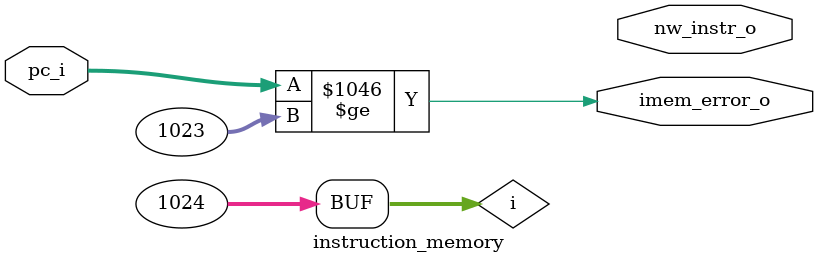
<source format=v>
module instruction_memory(input wire [63:0] pc_i,
	output wire [79:0] nw_instr_o,
	output wire imem_error_o);
	reg [7:0] ins_mem [1023:0];
	// initaial instruction memory
	integer i;
	initial begin
		//irmovq $0x8 %r8
		ins_mem[0] = 8'h30; ins_mem[1] = 8'hf8; ins_mem[2] = 8'h08;
		ins_mem[3] = 8'h00; ins_mem[4] = 8'h00; ins_mem[5] = 8'h00;
		ins_mem[6] = 8'h00; ins_mem[7] = 8'h00; ins_mem[8] = 8'h00;
		ins_mem[9] = 8'h00;
		//irmovq $0x21 %rbx
		ins_mem[10] = 8'h30; ins_mem[11] = 8'hf3; ins_mem[12] = 8'h15;
		ins_mem[13] = 8'h00; ins_mem[14] = 8'h00; ins_mem[15] = 8'h00;
		ins_mem[16] = 8'h00; ins_mem[17] = 8'h00; ins_mem[18] = 8'h00;
		ins_mem[19] = 8'h00;
		//halt
		ins_mem[20] = 8'h00;
		//nop
		ins_mem[21] = 8'h10;
		//rrmovq
		ins_mem[22] = 8'h20; ins_mem[23] = 8'h13;
		//rmmovq
		ins_mem[24] = 8'h40; ins_mem[25] = 8'h2d; ins_mem[26] = 8'h15;
		ins_mem[27] = 8'h00; ins_mem[28] = 8'h00; ins_mem[29] = 8'h00;
		ins_mem[30] = 8'h00; ins_mem[31] = 8'h00; ins_mem[32] = 8'h00;
		ins_mem[33] = 8'h00;
		//mrmovq
		ins_mem[34] = 8'h50; ins_mem[35] = 8'h2d; ins_mem[36] = 8'h15;
		ins_mem[37] = 8'h00; ins_mem[38] = 8'h00; ins_mem[39] = 8'h00;
		ins_mem[40] = 8'h00; ins_mem[41] = 8'h00; ins_mem[42] = 8'h00;
		ins_mem[43] = 8'h00;
		//opq / add %r9 %r7
		ins_mem[44] = 8'h60; ins_mem[45] = 8'h97;
		//opq / sub %r8 %r10
		ins_mem[46] = 8'h61; ins_mem[47] = 8'h97;
		//opq / and %r14 %rax
		ins_mem[48] = 8'h62; ins_mem[49] = 8'he1;
		//opq / xor %r13 %r12
		ins_mem[50] = 8'h63; ins_mem[51] = 8'hdb;

		for(i = 52; i < 1024; i = i + 1) begin
			ins_mem[i] = 8'hcc;
		end
	end
	assign nw_instr = {ins_mem[pc_i + 9],
		ins_mem[pc_i + 8], ins_mem[pc_i + 7],
		ins_mem[pc_i + 6], ins_mem[pc_i + 5],
		ins_mem[pc_i + 4], ins_mem[pc_i + 3],
		ins_mem[pc_i + 2], ins_mem[pc_i + 1],
		ins_mem[pc_i + 0]};
	assign imem_error_o = (pc_i >= 1023);
endmodule
</source>
